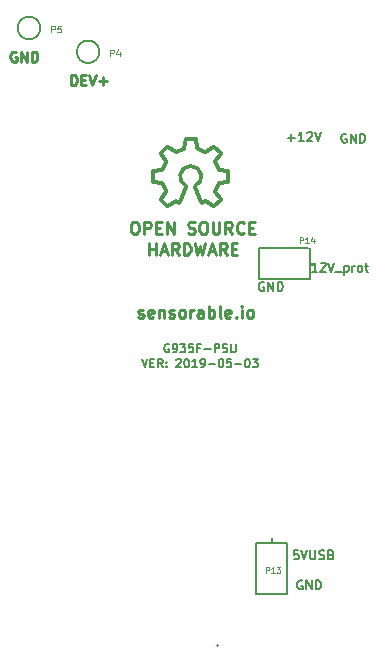
<source format=gto>
G04 #@! TF.GenerationSoftware,KiCad,Pcbnew,(5.0.2)-1*
G04 #@! TF.CreationDate,2019-05-03T15:30:51-04:00*
G04 #@! TF.ProjectId,TrafMasterV1,54726166-4d61-4737-9465-7256312e6b69,V1*
G04 #@! TF.SameCoordinates,Original*
G04 #@! TF.FileFunction,Legend,Top*
G04 #@! TF.FilePolarity,Positive*
%FSLAX46Y46*%
G04 Gerber Fmt 4.6, Leading zero omitted, Abs format (unit mm)*
G04 Created by KiCad (PCBNEW (5.0.2)-1) date 5/3/2019 3:30:51 PM*
%MOMM*%
%LPD*%
G01*
G04 APERTURE LIST*
%ADD10C,0.300000*%
%ADD11C,0.254000*%
%ADD12C,0.158750*%
%ADD13C,0.190500*%
%ADD14C,0.215900*%
%ADD15C,0.200000*%
%ADD16C,0.150000*%
%ADD17C,0.100000*%
G04 APERTURE END LIST*
D10*
X33098367Y-31477846D02*
G75*
G02X33851335Y-31477846I376484J817970D01*
G01*
X36628838Y-30229882D02*
G75*
G02X36662191Y-30270285I-7795J-40403D01*
G01*
X35864354Y-30082393D02*
X36628837Y-30229882D01*
X35401005Y-28125619D02*
G75*
G02X35453158Y-28130604I23057J-34081D01*
G01*
X35864354Y-30082392D02*
G75*
G02X35834133Y-30057737I7794J40402D01*
G01*
X33904846Y-27505890D02*
X34052335Y-28270374D01*
X32897368Y-28270374D02*
G75*
G02X32872712Y-28300595I-40403J7795D01*
G01*
X31496545Y-28130604D02*
G75*
G02X31548699Y-28125619I29096J-29096D01*
G01*
X35568892Y-29417389D02*
X35834133Y-30057737D01*
X32232365Y-28565835D02*
X32872712Y-28300595D01*
X36004123Y-28681570D02*
G75*
G02X36009108Y-28733723I-29096J-29096D01*
G01*
X35453158Y-28130604D02*
X36004123Y-28681570D01*
X32232364Y-28565836D02*
G75*
G02X32193560Y-28561900I-15746J38016D01*
G01*
X31376876Y-29378585D02*
X30940594Y-28733723D01*
X30945579Y-32638182D02*
G75*
G02X30940594Y-32586029I29096J29096D01*
G01*
X33098367Y-31477846D02*
G75*
G02X33119258Y-31530779I-17204J-37379D01*
G01*
X31085349Y-31237360D02*
G75*
G02X31115570Y-31262016I-7795J-40403D01*
G01*
X31380810Y-31902363D02*
X31115570Y-31262016D01*
X31496545Y-33189148D02*
X30945579Y-32638183D01*
X34076992Y-28300595D02*
G75*
G02X34052335Y-28270374I15746J38016D01*
G01*
X30945579Y-28681570D02*
X31496545Y-28130604D01*
X31548699Y-28125619D02*
X32193560Y-28561900D01*
X32193560Y-32757852D02*
X31548699Y-33194133D01*
X32193561Y-32757852D02*
G75*
G02X32232365Y-32753917I23057J-34081D01*
G01*
X34756141Y-28561900D02*
G75*
G02X34717338Y-28565835I-23056J34080D01*
G01*
X33864443Y-27472537D02*
G75*
G02X33904846Y-27505890I0J-41148D01*
G01*
X33119258Y-31530779D02*
X32579426Y-32852911D01*
X34076991Y-28300595D02*
X34717338Y-28565835D01*
X33085260Y-27472537D02*
X33864443Y-27472537D01*
X33044857Y-27505890D02*
G75*
G02X33085260Y-27472537I40403J-7795D01*
G01*
X31115570Y-30057737D02*
X31380810Y-29417389D01*
X32897368Y-28270374D02*
X33044857Y-27505890D01*
X31115570Y-30057736D02*
G75*
G02X31085349Y-30082393I-38016J15746D01*
G01*
X30940594Y-28733723D02*
G75*
G02X30945579Y-28681570I34081J23057D01*
G01*
X30940594Y-32586029D02*
X31376876Y-31941167D01*
X31376875Y-29378586D02*
G75*
G02X31380810Y-29417389I-34080J-23057D01*
G01*
X30287512Y-30270285D02*
G75*
G02X30320865Y-30229882I41148J0D01*
G01*
X30287512Y-31049468D02*
X30287512Y-30270285D01*
X31380811Y-31902363D02*
G75*
G02X31376876Y-31941167I-38016J-15747D01*
G01*
X32525584Y-32875373D02*
X32232365Y-32753917D01*
X31085349Y-31237360D02*
X30320865Y-31089871D01*
X30320865Y-31089871D02*
G75*
G02X30287512Y-31049468I7795J40403D01*
G01*
X35568892Y-29417389D02*
G75*
G02X35572827Y-29378585I38016J15746D01*
G01*
X36009108Y-28733723D02*
X35572827Y-29378585D01*
X34756142Y-28561900D02*
X35401004Y-28125619D01*
X30320865Y-30229882D02*
X31085349Y-30082393D01*
X31548698Y-33194133D02*
G75*
G02X31496545Y-33189148I-23057J34081D01*
G01*
X32579426Y-32852912D02*
G75*
G02X32525584Y-32875373I-38095J15555D01*
G01*
X35401004Y-33194133D02*
X34756142Y-32757852D01*
X35572827Y-31941167D02*
G75*
G02X35568892Y-31902363I34081J23057D01*
G01*
X34370277Y-32852911D02*
X33830445Y-31530779D01*
X35834133Y-31262016D02*
X35568892Y-31902363D01*
X35453158Y-33189148D02*
G75*
G02X35401004Y-33194133I-29096J29096D01*
G01*
X36009109Y-32586029D02*
G75*
G02X36004123Y-32638183I-34082J-23057D01*
G01*
X33830444Y-31530780D02*
G75*
G02X33851335Y-31477846I38096J15555D01*
G01*
X36662191Y-30270285D02*
X36662191Y-31049468D01*
X34717338Y-32753917D02*
G75*
G02X34756142Y-32757852I15747J-38016D01*
G01*
X35572827Y-31941167D02*
X36009108Y-32586029D01*
X34424118Y-32875373D02*
G75*
G02X34370277Y-32852911I-15746J38016D01*
G01*
X36662191Y-31049469D02*
G75*
G02X36628837Y-31089871I-41148J1D01*
G01*
X36004123Y-32638183D02*
X35453158Y-33189148D01*
X34717338Y-32753917D02*
X34424118Y-32875373D01*
X36628837Y-31089871D02*
X35864354Y-31237360D01*
X35834133Y-31262016D02*
G75*
G02X35864354Y-31237360I38015J-15747D01*
G01*
D11*
X28647571Y-34495619D02*
X28841095Y-34495619D01*
X28937857Y-34544000D01*
X29034619Y-34640761D01*
X29083000Y-34834285D01*
X29083000Y-35172952D01*
X29034619Y-35366476D01*
X28937857Y-35463238D01*
X28841095Y-35511619D01*
X28647571Y-35511619D01*
X28550809Y-35463238D01*
X28454047Y-35366476D01*
X28405666Y-35172952D01*
X28405666Y-34834285D01*
X28454047Y-34640761D01*
X28550809Y-34544000D01*
X28647571Y-34495619D01*
X29518428Y-35511619D02*
X29518428Y-34495619D01*
X29905476Y-34495619D01*
X30002238Y-34544000D01*
X30050619Y-34592380D01*
X30099000Y-34689142D01*
X30099000Y-34834285D01*
X30050619Y-34931047D01*
X30002238Y-34979428D01*
X29905476Y-35027809D01*
X29518428Y-35027809D01*
X30534428Y-34979428D02*
X30873095Y-34979428D01*
X31018238Y-35511619D02*
X30534428Y-35511619D01*
X30534428Y-34495619D01*
X31018238Y-34495619D01*
X31453666Y-35511619D02*
X31453666Y-34495619D01*
X32034238Y-35511619D01*
X32034238Y-34495619D01*
X33243761Y-35463238D02*
X33388904Y-35511619D01*
X33630809Y-35511619D01*
X33727571Y-35463238D01*
X33775952Y-35414857D01*
X33824333Y-35318095D01*
X33824333Y-35221333D01*
X33775952Y-35124571D01*
X33727571Y-35076190D01*
X33630809Y-35027809D01*
X33437285Y-34979428D01*
X33340523Y-34931047D01*
X33292142Y-34882666D01*
X33243761Y-34785904D01*
X33243761Y-34689142D01*
X33292142Y-34592380D01*
X33340523Y-34544000D01*
X33437285Y-34495619D01*
X33679190Y-34495619D01*
X33824333Y-34544000D01*
X34453285Y-34495619D02*
X34646809Y-34495619D01*
X34743571Y-34544000D01*
X34840333Y-34640761D01*
X34888714Y-34834285D01*
X34888714Y-35172952D01*
X34840333Y-35366476D01*
X34743571Y-35463238D01*
X34646809Y-35511619D01*
X34453285Y-35511619D01*
X34356523Y-35463238D01*
X34259761Y-35366476D01*
X34211380Y-35172952D01*
X34211380Y-34834285D01*
X34259761Y-34640761D01*
X34356523Y-34544000D01*
X34453285Y-34495619D01*
X35324142Y-34495619D02*
X35324142Y-35318095D01*
X35372523Y-35414857D01*
X35420904Y-35463238D01*
X35517666Y-35511619D01*
X35711190Y-35511619D01*
X35807952Y-35463238D01*
X35856333Y-35414857D01*
X35904714Y-35318095D01*
X35904714Y-34495619D01*
X36969095Y-35511619D02*
X36630428Y-35027809D01*
X36388523Y-35511619D02*
X36388523Y-34495619D01*
X36775571Y-34495619D01*
X36872333Y-34544000D01*
X36920714Y-34592380D01*
X36969095Y-34689142D01*
X36969095Y-34834285D01*
X36920714Y-34931047D01*
X36872333Y-34979428D01*
X36775571Y-35027809D01*
X36388523Y-35027809D01*
X37985095Y-35414857D02*
X37936714Y-35463238D01*
X37791571Y-35511619D01*
X37694809Y-35511619D01*
X37549666Y-35463238D01*
X37452904Y-35366476D01*
X37404523Y-35269714D01*
X37356142Y-35076190D01*
X37356142Y-34931047D01*
X37404523Y-34737523D01*
X37452904Y-34640761D01*
X37549666Y-34544000D01*
X37694809Y-34495619D01*
X37791571Y-34495619D01*
X37936714Y-34544000D01*
X37985095Y-34592380D01*
X38420523Y-34979428D02*
X38759190Y-34979428D01*
X38904333Y-35511619D02*
X38420523Y-35511619D01*
X38420523Y-34495619D01*
X38904333Y-34495619D01*
X29929666Y-37289619D02*
X29929666Y-36273619D01*
X29929666Y-36757428D02*
X30510238Y-36757428D01*
X30510238Y-37289619D02*
X30510238Y-36273619D01*
X30945666Y-36999333D02*
X31429476Y-36999333D01*
X30848904Y-37289619D02*
X31187571Y-36273619D01*
X31526238Y-37289619D01*
X32445476Y-37289619D02*
X32106809Y-36805809D01*
X31864904Y-37289619D02*
X31864904Y-36273619D01*
X32251952Y-36273619D01*
X32348714Y-36322000D01*
X32397095Y-36370380D01*
X32445476Y-36467142D01*
X32445476Y-36612285D01*
X32397095Y-36709047D01*
X32348714Y-36757428D01*
X32251952Y-36805809D01*
X31864904Y-36805809D01*
X32880904Y-37289619D02*
X32880904Y-36273619D01*
X33122809Y-36273619D01*
X33267952Y-36322000D01*
X33364714Y-36418761D01*
X33413095Y-36515523D01*
X33461476Y-36709047D01*
X33461476Y-36854190D01*
X33413095Y-37047714D01*
X33364714Y-37144476D01*
X33267952Y-37241238D01*
X33122809Y-37289619D01*
X32880904Y-37289619D01*
X33800142Y-36273619D02*
X34042047Y-37289619D01*
X34235571Y-36563904D01*
X34429095Y-37289619D01*
X34671000Y-36273619D01*
X35009666Y-36999333D02*
X35493476Y-36999333D01*
X34912904Y-37289619D02*
X35251571Y-36273619D01*
X35590238Y-37289619D01*
X36509476Y-37289619D02*
X36170809Y-36805809D01*
X35928904Y-37289619D02*
X35928904Y-36273619D01*
X36315952Y-36273619D01*
X36412714Y-36322000D01*
X36461095Y-36370380D01*
X36509476Y-36467142D01*
X36509476Y-36612285D01*
X36461095Y-36709047D01*
X36412714Y-36757428D01*
X36315952Y-36805809D01*
X35928904Y-36805809D01*
X36944904Y-36757428D02*
X37283571Y-36757428D01*
X37428714Y-37289619D02*
X36944904Y-37289619D01*
X36944904Y-36273619D01*
X37428714Y-36273619D01*
D12*
X29345466Y-46092533D02*
X29582533Y-46803733D01*
X29819600Y-46092533D01*
X30056666Y-46431200D02*
X30293733Y-46431200D01*
X30395333Y-46803733D02*
X30056666Y-46803733D01*
X30056666Y-46092533D01*
X30395333Y-46092533D01*
X31106533Y-46803733D02*
X30869466Y-46465066D01*
X30700133Y-46803733D02*
X30700133Y-46092533D01*
X30971066Y-46092533D01*
X31038800Y-46126400D01*
X31072666Y-46160266D01*
X31106533Y-46228000D01*
X31106533Y-46329600D01*
X31072666Y-46397333D01*
X31038800Y-46431200D01*
X30971066Y-46465066D01*
X30700133Y-46465066D01*
X31411333Y-46736000D02*
X31445200Y-46769866D01*
X31411333Y-46803733D01*
X31377466Y-46769866D01*
X31411333Y-46736000D01*
X31411333Y-46803733D01*
X31411333Y-46363466D02*
X31445200Y-46397333D01*
X31411333Y-46431200D01*
X31377466Y-46397333D01*
X31411333Y-46363466D01*
X31411333Y-46431200D01*
X32258000Y-46160266D02*
X32291866Y-46126400D01*
X32359600Y-46092533D01*
X32528933Y-46092533D01*
X32596666Y-46126400D01*
X32630533Y-46160266D01*
X32664400Y-46228000D01*
X32664400Y-46295733D01*
X32630533Y-46397333D01*
X32224133Y-46803733D01*
X32664400Y-46803733D01*
X33104666Y-46092533D02*
X33172400Y-46092533D01*
X33240133Y-46126400D01*
X33274000Y-46160266D01*
X33307866Y-46228000D01*
X33341733Y-46363466D01*
X33341733Y-46532800D01*
X33307866Y-46668266D01*
X33274000Y-46736000D01*
X33240133Y-46769866D01*
X33172400Y-46803733D01*
X33104666Y-46803733D01*
X33036933Y-46769866D01*
X33003066Y-46736000D01*
X32969200Y-46668266D01*
X32935333Y-46532800D01*
X32935333Y-46363466D01*
X32969200Y-46228000D01*
X33003066Y-46160266D01*
X33036933Y-46126400D01*
X33104666Y-46092533D01*
X34019066Y-46803733D02*
X33612666Y-46803733D01*
X33815866Y-46803733D02*
X33815866Y-46092533D01*
X33748133Y-46194133D01*
X33680400Y-46261866D01*
X33612666Y-46295733D01*
X34357733Y-46803733D02*
X34493200Y-46803733D01*
X34560933Y-46769866D01*
X34594800Y-46736000D01*
X34662533Y-46634400D01*
X34696400Y-46498933D01*
X34696400Y-46228000D01*
X34662533Y-46160266D01*
X34628666Y-46126400D01*
X34560933Y-46092533D01*
X34425466Y-46092533D01*
X34357733Y-46126400D01*
X34323866Y-46160266D01*
X34290000Y-46228000D01*
X34290000Y-46397333D01*
X34323866Y-46465066D01*
X34357733Y-46498933D01*
X34425466Y-46532800D01*
X34560933Y-46532800D01*
X34628666Y-46498933D01*
X34662533Y-46465066D01*
X34696400Y-46397333D01*
X35001200Y-46532800D02*
X35543066Y-46532800D01*
X36017200Y-46092533D02*
X36084933Y-46092533D01*
X36152666Y-46126400D01*
X36186533Y-46160266D01*
X36220400Y-46228000D01*
X36254266Y-46363466D01*
X36254266Y-46532800D01*
X36220400Y-46668266D01*
X36186533Y-46736000D01*
X36152666Y-46769866D01*
X36084933Y-46803733D01*
X36017200Y-46803733D01*
X35949466Y-46769866D01*
X35915600Y-46736000D01*
X35881733Y-46668266D01*
X35847866Y-46532800D01*
X35847866Y-46363466D01*
X35881733Y-46228000D01*
X35915600Y-46160266D01*
X35949466Y-46126400D01*
X36017200Y-46092533D01*
X36897733Y-46092533D02*
X36559066Y-46092533D01*
X36525200Y-46431200D01*
X36559066Y-46397333D01*
X36626800Y-46363466D01*
X36796133Y-46363466D01*
X36863866Y-46397333D01*
X36897733Y-46431200D01*
X36931600Y-46498933D01*
X36931600Y-46668266D01*
X36897733Y-46736000D01*
X36863866Y-46769866D01*
X36796133Y-46803733D01*
X36626800Y-46803733D01*
X36559066Y-46769866D01*
X36525200Y-46736000D01*
X37236400Y-46532800D02*
X37778266Y-46532800D01*
X38252400Y-46092533D02*
X38320133Y-46092533D01*
X38387866Y-46126400D01*
X38421733Y-46160266D01*
X38455600Y-46228000D01*
X38489466Y-46363466D01*
X38489466Y-46532800D01*
X38455600Y-46668266D01*
X38421733Y-46736000D01*
X38387866Y-46769866D01*
X38320133Y-46803733D01*
X38252400Y-46803733D01*
X38184666Y-46769866D01*
X38150800Y-46736000D01*
X38116933Y-46668266D01*
X38083066Y-46532800D01*
X38083066Y-46363466D01*
X38116933Y-46228000D01*
X38150800Y-46160266D01*
X38184666Y-46126400D01*
X38252400Y-46092533D01*
X38726533Y-46092533D02*
X39166800Y-46092533D01*
X38929733Y-46363466D01*
X39031333Y-46363466D01*
X39099066Y-46397333D01*
X39132933Y-46431200D01*
X39166800Y-46498933D01*
X39166800Y-46668266D01*
X39132933Y-46736000D01*
X39099066Y-46769866D01*
X39031333Y-46803733D01*
X38828133Y-46803733D01*
X38760400Y-46769866D01*
X38726533Y-46736000D01*
D13*
X46663428Y-27051000D02*
X46590857Y-27014714D01*
X46482000Y-27014714D01*
X46373142Y-27051000D01*
X46300571Y-27123571D01*
X46264285Y-27196142D01*
X46228000Y-27341285D01*
X46228000Y-27450142D01*
X46264285Y-27595285D01*
X46300571Y-27667857D01*
X46373142Y-27740428D01*
X46482000Y-27776714D01*
X46554571Y-27776714D01*
X46663428Y-27740428D01*
X46699714Y-27704142D01*
X46699714Y-27450142D01*
X46554571Y-27450142D01*
X47026285Y-27776714D02*
X47026285Y-27014714D01*
X47461714Y-27776714D01*
X47461714Y-27014714D01*
X47824571Y-27776714D02*
X47824571Y-27014714D01*
X48006000Y-27014714D01*
X48114857Y-27051000D01*
X48187428Y-27123571D01*
X48223714Y-27196142D01*
X48260000Y-27341285D01*
X48260000Y-27450142D01*
X48223714Y-27595285D01*
X48187428Y-27667857D01*
X48114857Y-27740428D01*
X48006000Y-27776714D01*
X47824571Y-27776714D01*
X41710428Y-27359428D02*
X42291000Y-27359428D01*
X42000714Y-27649714D02*
X42000714Y-27069142D01*
X43053000Y-27649714D02*
X42617571Y-27649714D01*
X42835285Y-27649714D02*
X42835285Y-26887714D01*
X42762714Y-26996571D01*
X42690142Y-27069142D01*
X42617571Y-27105428D01*
X43343285Y-26960285D02*
X43379571Y-26924000D01*
X43452142Y-26887714D01*
X43633571Y-26887714D01*
X43706142Y-26924000D01*
X43742428Y-26960285D01*
X43778714Y-27032857D01*
X43778714Y-27105428D01*
X43742428Y-27214285D01*
X43307000Y-27649714D01*
X43778714Y-27649714D01*
X43996428Y-26887714D02*
X44250428Y-27649714D01*
X44504428Y-26887714D01*
X39678428Y-39624000D02*
X39605857Y-39587714D01*
X39497000Y-39587714D01*
X39388142Y-39624000D01*
X39315571Y-39696571D01*
X39279285Y-39769142D01*
X39243000Y-39914285D01*
X39243000Y-40023142D01*
X39279285Y-40168285D01*
X39315571Y-40240857D01*
X39388142Y-40313428D01*
X39497000Y-40349714D01*
X39569571Y-40349714D01*
X39678428Y-40313428D01*
X39714714Y-40277142D01*
X39714714Y-40023142D01*
X39569571Y-40023142D01*
X40041285Y-40349714D02*
X40041285Y-39587714D01*
X40476714Y-40349714D01*
X40476714Y-39587714D01*
X40839571Y-40349714D02*
X40839571Y-39587714D01*
X41021000Y-39587714D01*
X41129857Y-39624000D01*
X41202428Y-39696571D01*
X41238714Y-39769142D01*
X41275000Y-39914285D01*
X41275000Y-40023142D01*
X41238714Y-40168285D01*
X41202428Y-40240857D01*
X41129857Y-40313428D01*
X41021000Y-40349714D01*
X40839571Y-40349714D01*
X44196000Y-38698714D02*
X43760571Y-38698714D01*
X43978285Y-38698714D02*
X43978285Y-37936714D01*
X43905714Y-38045571D01*
X43833142Y-38118142D01*
X43760571Y-38154428D01*
X44486285Y-38009285D02*
X44522571Y-37973000D01*
X44595142Y-37936714D01*
X44776571Y-37936714D01*
X44849142Y-37973000D01*
X44885428Y-38009285D01*
X44921714Y-38081857D01*
X44921714Y-38154428D01*
X44885428Y-38263285D01*
X44450000Y-38698714D01*
X44921714Y-38698714D01*
X45139428Y-37936714D02*
X45393428Y-38698714D01*
X45647428Y-37936714D01*
X45720000Y-38771285D02*
X46300571Y-38771285D01*
X46482000Y-38190714D02*
X46482000Y-38952714D01*
X46482000Y-38227000D02*
X46554571Y-38190714D01*
X46699714Y-38190714D01*
X46772285Y-38227000D01*
X46808571Y-38263285D01*
X46844857Y-38335857D01*
X46844857Y-38553571D01*
X46808571Y-38626142D01*
X46772285Y-38662428D01*
X46699714Y-38698714D01*
X46554571Y-38698714D01*
X46482000Y-38662428D01*
X47171428Y-38698714D02*
X47171428Y-38190714D01*
X47171428Y-38335857D02*
X47207714Y-38263285D01*
X47244000Y-38227000D01*
X47316571Y-38190714D01*
X47389142Y-38190714D01*
X47752000Y-38698714D02*
X47679428Y-38662428D01*
X47643142Y-38626142D01*
X47606857Y-38553571D01*
X47606857Y-38335857D01*
X47643142Y-38263285D01*
X47679428Y-38227000D01*
X47752000Y-38190714D01*
X47860857Y-38190714D01*
X47933428Y-38227000D01*
X47969714Y-38263285D01*
X48006000Y-38335857D01*
X48006000Y-38553571D01*
X47969714Y-38626142D01*
X47933428Y-38662428D01*
X47860857Y-38698714D01*
X47752000Y-38698714D01*
X48223714Y-38190714D02*
X48514000Y-38190714D01*
X48332571Y-37936714D02*
X48332571Y-38589857D01*
X48368857Y-38662428D01*
X48441428Y-38698714D01*
X48514000Y-38698714D01*
D12*
X31648400Y-44871640D02*
X31580666Y-44837773D01*
X31479066Y-44837773D01*
X31377466Y-44871640D01*
X31309733Y-44939373D01*
X31275866Y-45007106D01*
X31242000Y-45142573D01*
X31242000Y-45244173D01*
X31275866Y-45379640D01*
X31309733Y-45447373D01*
X31377466Y-45515106D01*
X31479066Y-45548973D01*
X31546800Y-45548973D01*
X31648400Y-45515106D01*
X31682266Y-45481240D01*
X31682266Y-45244173D01*
X31546800Y-45244173D01*
X32020933Y-45548973D02*
X32156400Y-45548973D01*
X32224133Y-45515106D01*
X32258000Y-45481240D01*
X32325733Y-45379640D01*
X32359600Y-45244173D01*
X32359600Y-44973240D01*
X32325733Y-44905506D01*
X32291866Y-44871640D01*
X32224133Y-44837773D01*
X32088666Y-44837773D01*
X32020933Y-44871640D01*
X31987066Y-44905506D01*
X31953200Y-44973240D01*
X31953200Y-45142573D01*
X31987066Y-45210306D01*
X32020933Y-45244173D01*
X32088666Y-45278040D01*
X32224133Y-45278040D01*
X32291866Y-45244173D01*
X32325733Y-45210306D01*
X32359600Y-45142573D01*
X32596666Y-44837773D02*
X33036933Y-44837773D01*
X32799866Y-45108706D01*
X32901466Y-45108706D01*
X32969200Y-45142573D01*
X33003066Y-45176440D01*
X33036933Y-45244173D01*
X33036933Y-45413506D01*
X33003066Y-45481240D01*
X32969200Y-45515106D01*
X32901466Y-45548973D01*
X32698266Y-45548973D01*
X32630533Y-45515106D01*
X32596666Y-45481240D01*
X33680400Y-44837773D02*
X33341733Y-44837773D01*
X33307866Y-45176440D01*
X33341733Y-45142573D01*
X33409466Y-45108706D01*
X33578800Y-45108706D01*
X33646533Y-45142573D01*
X33680400Y-45176440D01*
X33714266Y-45244173D01*
X33714266Y-45413506D01*
X33680400Y-45481240D01*
X33646533Y-45515106D01*
X33578800Y-45548973D01*
X33409466Y-45548973D01*
X33341733Y-45515106D01*
X33307866Y-45481240D01*
X34256133Y-45176440D02*
X34019066Y-45176440D01*
X34019066Y-45548973D02*
X34019066Y-44837773D01*
X34357733Y-44837773D01*
X34628666Y-45278040D02*
X35170533Y-45278040D01*
X35509200Y-45548973D02*
X35509200Y-44837773D01*
X35780133Y-44837773D01*
X35847866Y-44871640D01*
X35881733Y-44905506D01*
X35915600Y-44973240D01*
X35915600Y-45074840D01*
X35881733Y-45142573D01*
X35847866Y-45176440D01*
X35780133Y-45210306D01*
X35509200Y-45210306D01*
X36186533Y-45515106D02*
X36288133Y-45548973D01*
X36457466Y-45548973D01*
X36525200Y-45515106D01*
X36559066Y-45481240D01*
X36592933Y-45413506D01*
X36592933Y-45345773D01*
X36559066Y-45278040D01*
X36525200Y-45244173D01*
X36457466Y-45210306D01*
X36322000Y-45176440D01*
X36254266Y-45142573D01*
X36220400Y-45108706D01*
X36186533Y-45040973D01*
X36186533Y-44973240D01*
X36220400Y-44905506D01*
X36254266Y-44871640D01*
X36322000Y-44837773D01*
X36491333Y-44837773D01*
X36592933Y-44871640D01*
X36897733Y-44837773D02*
X36897733Y-45413506D01*
X36931600Y-45481240D01*
X36965466Y-45515106D01*
X37033200Y-45548973D01*
X37168666Y-45548973D01*
X37236400Y-45515106D01*
X37270266Y-45481240D01*
X37304133Y-45413506D01*
X37304133Y-44837773D01*
D11*
X29046714Y-42575238D02*
X29143476Y-42623619D01*
X29337000Y-42623619D01*
X29433761Y-42575238D01*
X29482142Y-42478476D01*
X29482142Y-42430095D01*
X29433761Y-42333333D01*
X29337000Y-42284952D01*
X29191857Y-42284952D01*
X29095095Y-42236571D01*
X29046714Y-42139809D01*
X29046714Y-42091428D01*
X29095095Y-41994666D01*
X29191857Y-41946285D01*
X29337000Y-41946285D01*
X29433761Y-41994666D01*
X30304619Y-42575238D02*
X30207857Y-42623619D01*
X30014333Y-42623619D01*
X29917571Y-42575238D01*
X29869190Y-42478476D01*
X29869190Y-42091428D01*
X29917571Y-41994666D01*
X30014333Y-41946285D01*
X30207857Y-41946285D01*
X30304619Y-41994666D01*
X30353000Y-42091428D01*
X30353000Y-42188190D01*
X29869190Y-42284952D01*
X30788428Y-41946285D02*
X30788428Y-42623619D01*
X30788428Y-42043047D02*
X30836809Y-41994666D01*
X30933571Y-41946285D01*
X31078714Y-41946285D01*
X31175476Y-41994666D01*
X31223857Y-42091428D01*
X31223857Y-42623619D01*
X31659285Y-42575238D02*
X31756047Y-42623619D01*
X31949571Y-42623619D01*
X32046333Y-42575238D01*
X32094714Y-42478476D01*
X32094714Y-42430095D01*
X32046333Y-42333333D01*
X31949571Y-42284952D01*
X31804428Y-42284952D01*
X31707666Y-42236571D01*
X31659285Y-42139809D01*
X31659285Y-42091428D01*
X31707666Y-41994666D01*
X31804428Y-41946285D01*
X31949571Y-41946285D01*
X32046333Y-41994666D01*
X32675285Y-42623619D02*
X32578523Y-42575238D01*
X32530142Y-42526857D01*
X32481761Y-42430095D01*
X32481761Y-42139809D01*
X32530142Y-42043047D01*
X32578523Y-41994666D01*
X32675285Y-41946285D01*
X32820428Y-41946285D01*
X32917190Y-41994666D01*
X32965571Y-42043047D01*
X33013952Y-42139809D01*
X33013952Y-42430095D01*
X32965571Y-42526857D01*
X32917190Y-42575238D01*
X32820428Y-42623619D01*
X32675285Y-42623619D01*
X33449380Y-42623619D02*
X33449380Y-41946285D01*
X33449380Y-42139809D02*
X33497761Y-42043047D01*
X33546142Y-41994666D01*
X33642904Y-41946285D01*
X33739666Y-41946285D01*
X34513761Y-42623619D02*
X34513761Y-42091428D01*
X34465380Y-41994666D01*
X34368619Y-41946285D01*
X34175095Y-41946285D01*
X34078333Y-41994666D01*
X34513761Y-42575238D02*
X34417000Y-42623619D01*
X34175095Y-42623619D01*
X34078333Y-42575238D01*
X34029952Y-42478476D01*
X34029952Y-42381714D01*
X34078333Y-42284952D01*
X34175095Y-42236571D01*
X34417000Y-42236571D01*
X34513761Y-42188190D01*
X34997571Y-42623619D02*
X34997571Y-41607619D01*
X34997571Y-41994666D02*
X35094333Y-41946285D01*
X35287857Y-41946285D01*
X35384619Y-41994666D01*
X35433000Y-42043047D01*
X35481380Y-42139809D01*
X35481380Y-42430095D01*
X35433000Y-42526857D01*
X35384619Y-42575238D01*
X35287857Y-42623619D01*
X35094333Y-42623619D01*
X34997571Y-42575238D01*
X36061952Y-42623619D02*
X35965190Y-42575238D01*
X35916809Y-42478476D01*
X35916809Y-41607619D01*
X36836047Y-42575238D02*
X36739285Y-42623619D01*
X36545761Y-42623619D01*
X36449000Y-42575238D01*
X36400619Y-42478476D01*
X36400619Y-42091428D01*
X36449000Y-41994666D01*
X36545761Y-41946285D01*
X36739285Y-41946285D01*
X36836047Y-41994666D01*
X36884428Y-42091428D01*
X36884428Y-42188190D01*
X36400619Y-42284952D01*
X37319857Y-42526857D02*
X37368238Y-42575238D01*
X37319857Y-42623619D01*
X37271476Y-42575238D01*
X37319857Y-42526857D01*
X37319857Y-42623619D01*
X37803666Y-42623619D02*
X37803666Y-41946285D01*
X37803666Y-41607619D02*
X37755285Y-41656000D01*
X37803666Y-41704380D01*
X37852047Y-41656000D01*
X37803666Y-41607619D01*
X37803666Y-41704380D01*
X38432619Y-42623619D02*
X38335857Y-42575238D01*
X38287476Y-42526857D01*
X38239095Y-42430095D01*
X38239095Y-42139809D01*
X38287476Y-42043047D01*
X38335857Y-41994666D01*
X38432619Y-41946285D01*
X38577761Y-41946285D01*
X38674523Y-41994666D01*
X38722904Y-42043047D01*
X38771285Y-42139809D01*
X38771285Y-42430095D01*
X38722904Y-42526857D01*
X38674523Y-42575238D01*
X38577761Y-42623619D01*
X38432619Y-42623619D01*
D13*
X42587817Y-62310554D02*
X42224960Y-62310554D01*
X42188674Y-62673411D01*
X42224960Y-62637125D01*
X42297531Y-62600840D01*
X42478960Y-62600840D01*
X42551531Y-62637125D01*
X42587817Y-62673411D01*
X42624102Y-62745982D01*
X42624102Y-62927411D01*
X42587817Y-62999982D01*
X42551531Y-63036268D01*
X42478960Y-63072554D01*
X42297531Y-63072554D01*
X42224960Y-63036268D01*
X42188674Y-62999982D01*
X42841817Y-62310554D02*
X43095817Y-63072554D01*
X43349817Y-62310554D01*
X43603817Y-62310554D02*
X43603817Y-62927411D01*
X43640102Y-62999982D01*
X43676388Y-63036268D01*
X43748960Y-63072554D01*
X43894102Y-63072554D01*
X43966674Y-63036268D01*
X44002960Y-62999982D01*
X44039245Y-62927411D01*
X44039245Y-62310554D01*
X44365817Y-63036268D02*
X44474674Y-63072554D01*
X44656102Y-63072554D01*
X44728674Y-63036268D01*
X44764960Y-62999982D01*
X44801245Y-62927411D01*
X44801245Y-62854840D01*
X44764960Y-62782268D01*
X44728674Y-62745982D01*
X44656102Y-62709697D01*
X44510960Y-62673411D01*
X44438388Y-62637125D01*
X44402102Y-62600840D01*
X44365817Y-62528268D01*
X44365817Y-62455697D01*
X44402102Y-62383125D01*
X44438388Y-62346840D01*
X44510960Y-62310554D01*
X44692388Y-62310554D01*
X44801245Y-62346840D01*
X45381817Y-62673411D02*
X45490674Y-62709697D01*
X45526960Y-62745982D01*
X45563245Y-62818554D01*
X45563245Y-62927411D01*
X45526960Y-62999982D01*
X45490674Y-63036268D01*
X45418102Y-63072554D01*
X45127817Y-63072554D01*
X45127817Y-62310554D01*
X45381817Y-62310554D01*
X45454388Y-62346840D01*
X45490674Y-62383125D01*
X45526960Y-62455697D01*
X45526960Y-62528268D01*
X45490674Y-62600840D01*
X45454388Y-62637125D01*
X45381817Y-62673411D01*
X45127817Y-62673411D01*
X42914388Y-64891920D02*
X42841817Y-64855634D01*
X42732960Y-64855634D01*
X42624102Y-64891920D01*
X42551531Y-64964491D01*
X42515245Y-65037062D01*
X42478960Y-65182205D01*
X42478960Y-65291062D01*
X42515245Y-65436205D01*
X42551531Y-65508777D01*
X42624102Y-65581348D01*
X42732960Y-65617634D01*
X42805531Y-65617634D01*
X42914388Y-65581348D01*
X42950674Y-65545062D01*
X42950674Y-65291062D01*
X42805531Y-65291062D01*
X43277245Y-65617634D02*
X43277245Y-64855634D01*
X43712674Y-65617634D01*
X43712674Y-64855634D01*
X44075531Y-65617634D02*
X44075531Y-64855634D01*
X44256960Y-64855634D01*
X44365817Y-64891920D01*
X44438388Y-64964491D01*
X44474674Y-65037062D01*
X44510960Y-65182205D01*
X44510960Y-65291062D01*
X44474674Y-65436205D01*
X44438388Y-65508777D01*
X44365817Y-65581348D01*
X44256960Y-65617634D01*
X44075531Y-65617634D01*
D14*
X23345019Y-22920476D02*
X23345019Y-22056876D01*
X23550638Y-22056876D01*
X23674009Y-22098000D01*
X23756257Y-22180247D01*
X23797380Y-22262495D01*
X23838504Y-22426990D01*
X23838504Y-22550361D01*
X23797380Y-22714857D01*
X23756257Y-22797104D01*
X23674009Y-22879352D01*
X23550638Y-22920476D01*
X23345019Y-22920476D01*
X24208619Y-22468114D02*
X24496485Y-22468114D01*
X24619857Y-22920476D02*
X24208619Y-22920476D01*
X24208619Y-22056876D01*
X24619857Y-22056876D01*
X24866600Y-22056876D02*
X25154466Y-22920476D01*
X25442333Y-22056876D01*
X25730200Y-22591485D02*
X26388180Y-22591485D01*
X26059190Y-22920476D02*
X26059190Y-22262495D01*
X18696819Y-20116800D02*
X18614571Y-20075676D01*
X18491200Y-20075676D01*
X18367828Y-20116800D01*
X18285580Y-20199047D01*
X18244457Y-20281295D01*
X18203333Y-20445790D01*
X18203333Y-20569161D01*
X18244457Y-20733657D01*
X18285580Y-20815904D01*
X18367828Y-20898152D01*
X18491200Y-20939276D01*
X18573447Y-20939276D01*
X18696819Y-20898152D01*
X18737942Y-20857028D01*
X18737942Y-20569161D01*
X18573447Y-20569161D01*
X19108057Y-20939276D02*
X19108057Y-20075676D01*
X19601542Y-20939276D01*
X19601542Y-20075676D01*
X20012780Y-20939276D02*
X20012780Y-20075676D01*
X20218400Y-20075676D01*
X20341771Y-20116800D01*
X20424019Y-20199047D01*
X20465142Y-20281295D01*
X20506266Y-20445790D01*
X20506266Y-20569161D01*
X20465142Y-20733657D01*
X20424019Y-20815904D01*
X20341771Y-20898152D01*
X20218400Y-20939276D01*
X20012780Y-20939276D01*
D15*
X35814000Y-70408800D02*
X35687000Y-70281800D01*
D16*
G04 #@! TO.C,P4*
X25740400Y-20091400D02*
G75*
G03X25740400Y-20091400I-950000J0D01*
G01*
G04 #@! TO.C,P5*
X20736600Y-18084800D02*
G75*
G03X20736600Y-18084800I-950000J0D01*
G01*
G04 #@! TO.C,P13*
X40335200Y-61691160D02*
X40335200Y-61291160D01*
X41635200Y-61691160D02*
X39035200Y-61691160D01*
X41635200Y-65991160D02*
X41635200Y-61691160D01*
X39035200Y-65991160D02*
X41635200Y-65991160D01*
X39035200Y-61791160D02*
X39035200Y-65991160D01*
G04 #@! TO.C,P14*
X43538500Y-38036500D02*
X43938500Y-38036500D01*
X43538500Y-39336500D02*
X43538500Y-36736500D01*
X39238500Y-39336500D02*
X43538500Y-39336500D01*
X39238500Y-36736500D02*
X39238500Y-39336500D01*
X43438500Y-36736500D02*
X39238500Y-36736500D01*
G04 #@! TO.C,P4*
D17*
X26670447Y-20454509D02*
X26670447Y-19904509D01*
X26879971Y-19904509D01*
X26932352Y-19930700D01*
X26958542Y-19956890D01*
X26984733Y-20009271D01*
X26984733Y-20087842D01*
X26958542Y-20140223D01*
X26932352Y-20166414D01*
X26879971Y-20192604D01*
X26670447Y-20192604D01*
X27456161Y-20087842D02*
X27456161Y-20454509D01*
X27325209Y-19878319D02*
X27194257Y-20271176D01*
X27534733Y-20271176D01*
G04 #@! TO.C,P5*
X21666647Y-18447909D02*
X21666647Y-17897909D01*
X21876171Y-17897909D01*
X21928552Y-17924100D01*
X21954742Y-17950290D01*
X21980933Y-18002671D01*
X21980933Y-18081242D01*
X21954742Y-18133623D01*
X21928552Y-18159814D01*
X21876171Y-18186004D01*
X21666647Y-18186004D01*
X22478552Y-17897909D02*
X22216647Y-17897909D01*
X22190457Y-18159814D01*
X22216647Y-18133623D01*
X22269028Y-18107433D01*
X22399980Y-18107433D01*
X22452361Y-18133623D01*
X22478552Y-18159814D01*
X22504742Y-18212195D01*
X22504742Y-18343147D01*
X22478552Y-18395528D01*
X22452361Y-18421719D01*
X22399980Y-18447909D01*
X22269028Y-18447909D01*
X22216647Y-18421719D01*
X22190457Y-18395528D01*
G04 #@! TO.C,P13*
X39828057Y-64217350D02*
X39828057Y-63717350D01*
X40018533Y-63717350D01*
X40066152Y-63741160D01*
X40089961Y-63764969D01*
X40113771Y-63812588D01*
X40113771Y-63884017D01*
X40089961Y-63931636D01*
X40066152Y-63955445D01*
X40018533Y-63979255D01*
X39828057Y-63979255D01*
X40589961Y-64217350D02*
X40304247Y-64217350D01*
X40447104Y-64217350D02*
X40447104Y-63717350D01*
X40399485Y-63788779D01*
X40351866Y-63836398D01*
X40304247Y-63860207D01*
X40756628Y-63717350D02*
X41066152Y-63717350D01*
X40899485Y-63907826D01*
X40970914Y-63907826D01*
X41018533Y-63931636D01*
X41042342Y-63955445D01*
X41066152Y-64003064D01*
X41066152Y-64122112D01*
X41042342Y-64169731D01*
X41018533Y-64193540D01*
X40970914Y-64217350D01*
X40828057Y-64217350D01*
X40780438Y-64193540D01*
X40756628Y-64169731D01*
G04 #@! TO.C,P14*
X42699857Y-36294190D02*
X42699857Y-35794190D01*
X42890333Y-35794190D01*
X42937952Y-35818000D01*
X42961761Y-35841809D01*
X42985571Y-35889428D01*
X42985571Y-35960857D01*
X42961761Y-36008476D01*
X42937952Y-36032285D01*
X42890333Y-36056095D01*
X42699857Y-36056095D01*
X43461761Y-36294190D02*
X43176047Y-36294190D01*
X43318904Y-36294190D02*
X43318904Y-35794190D01*
X43271285Y-35865619D01*
X43223666Y-35913238D01*
X43176047Y-35937047D01*
X43890333Y-35960857D02*
X43890333Y-36294190D01*
X43771285Y-35770380D02*
X43652238Y-36127523D01*
X43961761Y-36127523D01*
G04 #@! TD*
M02*

</source>
